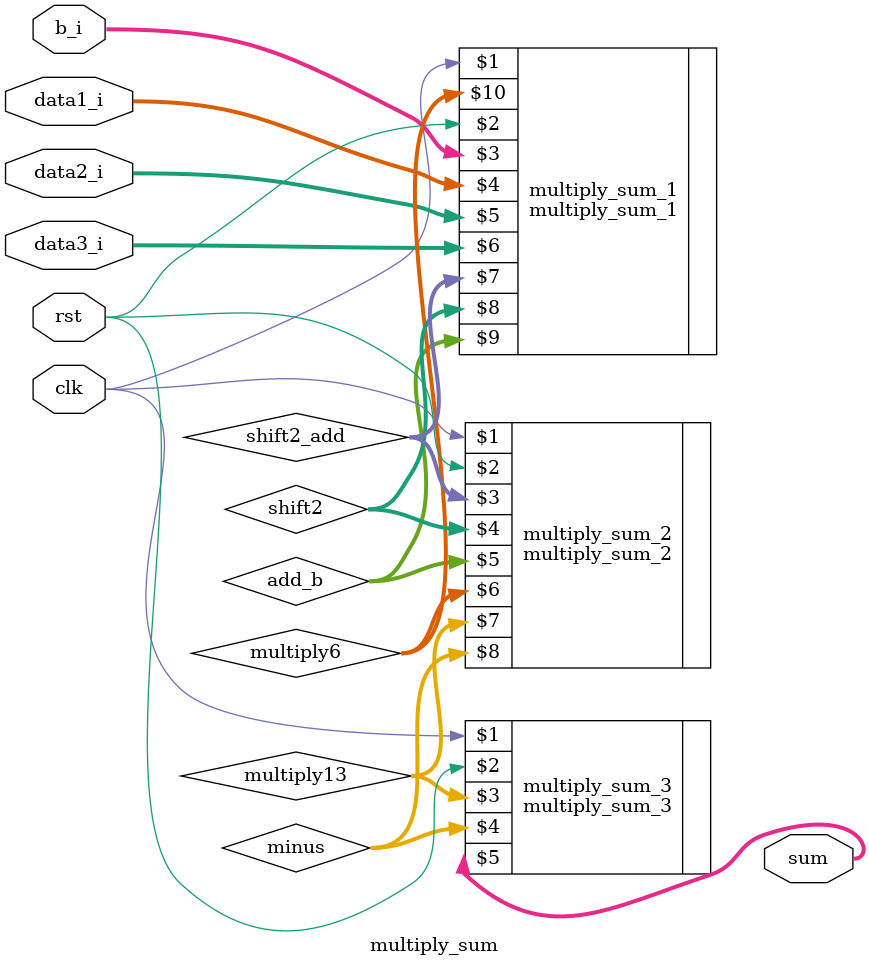
<source format=v>
`include "multiply_sum_1.v"
`include "multiply_sum_2.v"
`include "multiply_sum_3.v"


module multiply_sum(
           input clk,
           input rst,
           input signed [15:0] b_i,
           input signed [32:0] data1_i,
           input signed [32:0] data2_i,
           input signed [32:0] data3_i,

           output signed [37:0] sum
       );

wire signed [35:0] shift2_add;
wire signed [34:0] shift2;
wire signed [32:0] add_b;
wire signed [35:0] multiply6;
wire signed [36:0] multiply13;
wire signed [35:0] minus;

multiply_sum_1 multiply_sum_1(
                   clk,
                   rst,
                   b_i,
                   data1_i,
                   data2_i,
                   data3_i,

                   shift2_add,
                   shift2,
                   add_b,
                   multiply6
               );

multiply_sum_2 multiply_sum_2(
                   clk,
                   rst,
                   shift2_add,
                   shift2,
                   add_b,
                   multiply6,

                   multiply13,
                   minus
               );

multiply_sum_3 multiply_sum_3(
                   clk,
                   rst,
                   multiply13,
                   minus,

                   sum
               );

endmodule

</source>
